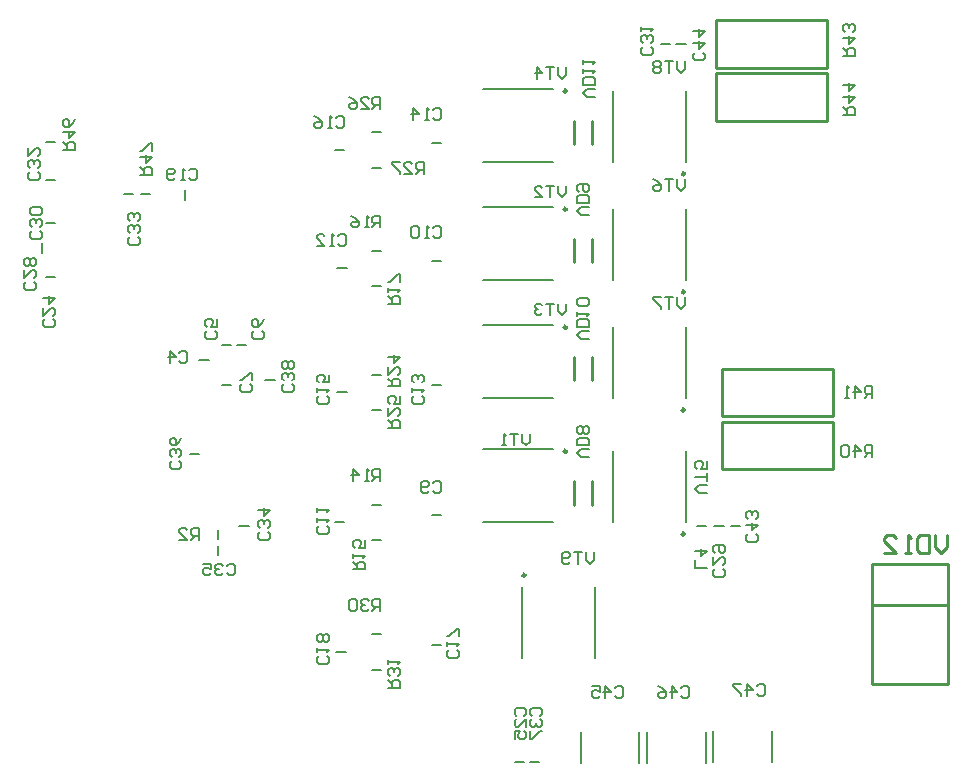
<source format=gbo>
G04 Layer_Color=33789*
%FSLAX44Y44*%
%MOMM*%
G71*
G01*
G75*
%ADD28C,0.2000*%
%ADD52C,0.1500*%
%ADD53C,0.2540*%
D28*
X944750Y407000D02*
Y433000D01*
X895250Y407000D02*
Y433000D01*
X888750Y406000D02*
Y432000D01*
X839250Y406000D02*
Y432000D01*
X832750Y406000D02*
Y432000D01*
X783250Y406000D02*
Y432000D01*
X700000Y877000D02*
X760000D01*
X700000Y815000D02*
X760000D01*
X700000Y777000D02*
X760000D01*
X700000Y715000D02*
X760000D01*
X700000Y977000D02*
X760000D01*
X700000Y915000D02*
X760000D01*
X872000Y815000D02*
Y875000D01*
X810000Y815000D02*
Y875000D01*
X872000Y715000D02*
Y775000D01*
X810000Y715000D02*
Y775000D01*
X872000Y915000D02*
Y975000D01*
X810000Y915000D02*
Y975000D01*
X733000Y495000D02*
Y555000D01*
X795000Y495000D02*
Y555000D01*
X872000Y610000D02*
Y670000D01*
X810000Y610000D02*
Y670000D01*
X700000Y672000D02*
X760000D01*
X700000Y610000D02*
X760000D01*
X932336Y471331D02*
X934002Y472997D01*
X937334D01*
X939000Y471331D01*
Y464666D01*
X937334Y463000D01*
X934002D01*
X932336Y464666D01*
X924005Y463000D02*
Y472997D01*
X929003Y467998D01*
X922339D01*
X919006Y472997D02*
X912342D01*
Y471331D01*
X919006Y464666D01*
Y463000D01*
X868335Y469331D02*
X870002Y470997D01*
X873334D01*
X875000Y469331D01*
Y462666D01*
X873334Y461000D01*
X870002D01*
X868335Y462666D01*
X860005Y461000D02*
Y470997D01*
X865003Y465998D01*
X858339D01*
X848342Y470997D02*
X851674Y469331D01*
X855006Y465998D01*
Y462666D01*
X853340Y461000D01*
X850008D01*
X848342Y462666D01*
Y464332D01*
X850008Y465998D01*
X855006D01*
X812336Y469331D02*
X814002Y470997D01*
X817334D01*
X819000Y469331D01*
Y462666D01*
X817334Y461000D01*
X814002D01*
X812336Y462666D01*
X804005Y461000D02*
Y470997D01*
X809003Y465998D01*
X802339D01*
X792342Y470997D02*
X799007D01*
Y465998D01*
X795674Y467664D01*
X794008D01*
X792342Y465998D01*
Y462666D01*
X794008Y461000D01*
X797340D01*
X799007Y462666D01*
X889997Y571000D02*
X880000D01*
Y577664D01*
Y585995D02*
X889997D01*
X884998Y580997D01*
Y587661D01*
X886331Y1007664D02*
X887997Y1005998D01*
Y1002666D01*
X886331Y1001000D01*
X879666D01*
X878000Y1002666D01*
Y1005998D01*
X879666Y1007664D01*
X878000Y1015995D02*
X887997D01*
X882998Y1010997D01*
Y1017661D01*
X878000Y1025992D02*
X887997D01*
X882998Y1020994D01*
Y1027658D01*
X931331Y599664D02*
X932997Y597998D01*
Y594666D01*
X931331Y593000D01*
X924666D01*
X923000Y594666D01*
Y597998D01*
X924666Y599664D01*
X923000Y607995D02*
X932997D01*
X927998Y602997D01*
Y609661D01*
X931331Y612994D02*
X932997Y614660D01*
Y617992D01*
X931331Y619658D01*
X929665D01*
X927998Y617992D01*
Y616326D01*
Y617992D01*
X926332Y619658D01*
X924666D01*
X923000Y617992D01*
Y614660D01*
X924666Y612994D01*
X741669Y446335D02*
X740003Y448002D01*
Y451334D01*
X741669Y453000D01*
X748334D01*
X750000Y451334D01*
Y448002D01*
X748334Y446335D01*
X741669Y443003D02*
X740003Y441337D01*
Y438005D01*
X741669Y436339D01*
X743335D01*
X745002Y438005D01*
Y439671D01*
Y438005D01*
X746668Y436339D01*
X748334D01*
X750000Y438005D01*
Y441337D01*
X748334Y443003D01*
X740003Y433006D02*
Y426342D01*
X741669D01*
X748334Y433006D01*
X750000D01*
X443335Y753331D02*
X445002Y754997D01*
X448334D01*
X450000Y753331D01*
Y746666D01*
X448334Y745000D01*
X445002D01*
X443335Y746666D01*
X435005Y745000D02*
Y754997D01*
X440003Y749998D01*
X433339D01*
X473331Y771665D02*
X474997Y769998D01*
Y766666D01*
X473331Y765000D01*
X466666D01*
X465000Y766666D01*
Y769998D01*
X466666Y771665D01*
X474997Y781661D02*
Y774997D01*
X469998D01*
X471665Y778329D01*
Y779995D01*
X469998Y781661D01*
X466666D01*
X465000Y779995D01*
Y776663D01*
X466666Y774997D01*
X513331Y771665D02*
X514997Y769998D01*
Y766666D01*
X513331Y765000D01*
X506666D01*
X505000Y766666D01*
Y769998D01*
X506666Y771665D01*
X514997Y781661D02*
X513331Y778329D01*
X509998Y774997D01*
X506666D01*
X505000Y776663D01*
Y779995D01*
X506666Y781661D01*
X508332D01*
X509998Y779995D01*
Y774997D01*
X503331Y726665D02*
X504997Y724998D01*
Y721666D01*
X503331Y720000D01*
X496666D01*
X495000Y721666D01*
Y724998D01*
X496666Y726665D01*
X504997Y729997D02*
Y736661D01*
X503331D01*
X496666Y729997D01*
X495000D01*
X657800Y643401D02*
X659466Y645067D01*
X662798D01*
X664464Y643401D01*
Y636736D01*
X662798Y635070D01*
X659466D01*
X657800Y636736D01*
X654467D02*
X652801Y635070D01*
X649469D01*
X647803Y636736D01*
Y643401D01*
X649469Y645067D01*
X652801D01*
X654467Y643401D01*
Y641734D01*
X652801Y640068D01*
X647803D01*
X657800Y858793D02*
X659466Y860459D01*
X662798D01*
X664464Y858793D01*
Y852128D01*
X662798Y850462D01*
X659466D01*
X657800Y852128D01*
X654467Y850462D02*
X651135D01*
X652801D01*
Y860459D01*
X654467Y858793D01*
X646137D02*
X644470Y860459D01*
X641138D01*
X639472Y858793D01*
Y852128D01*
X641138Y850462D01*
X644470D01*
X646137Y852128D01*
Y858793D01*
X568331Y606665D02*
X569997Y604998D01*
Y601666D01*
X568331Y600000D01*
X561666D01*
X560000Y601666D01*
Y604998D01*
X561666Y606665D01*
X560000Y609997D02*
Y613329D01*
Y611663D01*
X569997D01*
X568331Y609997D01*
X560000Y618327D02*
Y621660D01*
Y619994D01*
X569997D01*
X568331Y618327D01*
X577789Y852443D02*
X579456Y854109D01*
X582788D01*
X584454Y852443D01*
Y845778D01*
X582788Y844112D01*
X579456D01*
X577789Y845778D01*
X574457Y844112D02*
X571125D01*
X572791D01*
Y854109D01*
X574457Y852443D01*
X559462Y844112D02*
X566127D01*
X559462Y850777D01*
Y852443D01*
X561128Y854109D01*
X564460D01*
X566127Y852443D01*
X648331Y716665D02*
X649997Y714998D01*
Y711666D01*
X648331Y710000D01*
X641666D01*
X640000Y711666D01*
Y714998D01*
X641666Y716665D01*
X640000Y719997D02*
Y723329D01*
Y721663D01*
X649997D01*
X648331Y719997D01*
Y728327D02*
X649997Y729994D01*
Y733326D01*
X648331Y734992D01*
X646665D01*
X644998Y733326D01*
Y731660D01*
Y733326D01*
X643332Y734992D01*
X641666D01*
X640000Y733326D01*
Y729994D01*
X641666Y728327D01*
X657800Y958869D02*
X659466Y960535D01*
X662798D01*
X664464Y958869D01*
Y952204D01*
X662798Y950538D01*
X659466D01*
X657800Y952204D01*
X654467Y950538D02*
X651135D01*
X652801D01*
Y960535D01*
X654467Y958869D01*
X641138Y950538D02*
Y960535D01*
X646137Y955536D01*
X639472D01*
X568331Y716665D02*
X569997Y714998D01*
Y711666D01*
X568331Y710000D01*
X561666D01*
X560000Y711666D01*
Y714998D01*
X561666Y716665D01*
X560000Y719997D02*
Y723329D01*
Y721663D01*
X569997D01*
X568331Y719997D01*
X569997Y734992D02*
Y728327D01*
X564998D01*
X566665Y731660D01*
Y733326D01*
X564998Y734992D01*
X561666D01*
X560000Y733326D01*
Y729994D01*
X561666Y728327D01*
X575757Y952519D02*
X577424Y954185D01*
X580756D01*
X582422Y952519D01*
Y945854D01*
X580756Y944188D01*
X577424D01*
X575757Y945854D01*
X572425Y944188D02*
X569093D01*
X570759D01*
Y954185D01*
X572425Y952519D01*
X557430Y954185D02*
X560762Y952519D01*
X564095Y949186D01*
Y945854D01*
X562428Y944188D01*
X559096D01*
X557430Y945854D01*
Y947520D01*
X559096Y949186D01*
X564095D01*
X678331Y501665D02*
X679997Y499998D01*
Y496666D01*
X678331Y495000D01*
X671666D01*
X670000Y496666D01*
Y499998D01*
X671666Y501665D01*
X670000Y504997D02*
Y508329D01*
Y506663D01*
X679997D01*
X678331Y504997D01*
X679997Y513327D02*
Y519992D01*
X678331D01*
X671666Y513327D01*
X670000D01*
X568331Y496665D02*
X569997Y494998D01*
Y491666D01*
X568331Y490000D01*
X561666D01*
X560000Y491666D01*
Y494998D01*
X561666Y496665D01*
X560000Y499997D02*
Y503329D01*
Y501663D01*
X569997D01*
X568331Y499997D01*
Y508327D02*
X569997Y509994D01*
Y513326D01*
X568331Y514992D01*
X566665D01*
X564998Y513326D01*
X563332Y514992D01*
X561666D01*
X560000Y513326D01*
Y509994D01*
X561666Y508327D01*
X563332D01*
X564998Y509994D01*
X566665Y508327D01*
X568331D01*
X564998Y509994D02*
Y513326D01*
X451297Y907815D02*
X452964Y909481D01*
X456296D01*
X457962Y907815D01*
Y901150D01*
X456296Y899484D01*
X452964D01*
X451297Y901150D01*
X447965Y899484D02*
X444633D01*
X446299D01*
Y909481D01*
X447965Y907815D01*
X439635Y901150D02*
X437968Y899484D01*
X434636D01*
X432970Y901150D01*
Y907815D01*
X434636Y909481D01*
X437968D01*
X439635Y907815D01*
Y906149D01*
X437968Y904482D01*
X432970D01*
X336331Y781665D02*
X337997Y779998D01*
Y776666D01*
X336331Y775000D01*
X329666D01*
X328000Y776666D01*
Y779998D01*
X329666Y781665D01*
X328000Y791661D02*
Y784997D01*
X334664Y791661D01*
X336331D01*
X337997Y789995D01*
Y786663D01*
X336331Y784997D01*
X328000Y799992D02*
X337997D01*
X332998Y794994D01*
Y801658D01*
X728669Y446335D02*
X727003Y448002D01*
Y451334D01*
X728669Y453000D01*
X735334D01*
X737000Y451334D01*
Y448002D01*
X735334Y446335D01*
X737000Y436339D02*
Y443003D01*
X730335Y436339D01*
X728669D01*
X727003Y438005D01*
Y441337D01*
X728669Y443003D01*
X727003Y426342D02*
Y433006D01*
X732002D01*
X730335Y429674D01*
Y428008D01*
X732002Y426342D01*
X735334D01*
X737000Y428008D01*
Y431340D01*
X735334Y433006D01*
X320331Y813664D02*
X321997Y811998D01*
Y808666D01*
X320331Y807000D01*
X313666D01*
X312000Y808666D01*
Y811998D01*
X313666Y813664D01*
X312000Y823661D02*
Y816997D01*
X318664Y823661D01*
X320331D01*
X321997Y821995D01*
Y818663D01*
X320331Y816997D01*
Y826994D02*
X321997Y828660D01*
Y831992D01*
X320331Y833658D01*
X318664D01*
X316998Y831992D01*
X315332Y833658D01*
X313666D01*
X312000Y831992D01*
Y828660D01*
X313666Y826994D01*
X315332D01*
X316998Y828660D01*
X318664Y826994D01*
X320331D01*
X316998Y828660D02*
Y831992D01*
X903331Y570664D02*
X904997Y568998D01*
Y565666D01*
X903331Y564000D01*
X896666D01*
X895000Y565666D01*
Y568998D01*
X896666Y570664D01*
X895000Y580661D02*
Y573997D01*
X901665Y580661D01*
X903331D01*
X904997Y578995D01*
Y575663D01*
X903331Y573997D01*
X896666Y583994D02*
X895000Y585660D01*
Y588992D01*
X896666Y590658D01*
X903331D01*
X904997Y588992D01*
Y585660D01*
X903331Y583994D01*
X901665D01*
X899998Y585660D01*
Y590658D01*
X325331Y856665D02*
X326997Y854998D01*
Y851666D01*
X325331Y850000D01*
X318666D01*
X317000Y851666D01*
Y854998D01*
X318666Y856665D01*
X325331Y859997D02*
X326997Y861663D01*
Y864995D01*
X325331Y866661D01*
X323665D01*
X321998Y864995D01*
Y863329D01*
Y864995D01*
X320332Y866661D01*
X318666D01*
X317000Y864995D01*
Y861663D01*
X318666Y859997D01*
X325331Y869994D02*
X326997Y871660D01*
Y874992D01*
X325331Y876658D01*
X318666D01*
X317000Y874992D01*
Y871660D01*
X318666Y869994D01*
X325331D01*
X842331Y1012664D02*
X843997Y1010998D01*
Y1007666D01*
X842331Y1006000D01*
X835666D01*
X834000Y1007666D01*
Y1010998D01*
X835666Y1012664D01*
X842331Y1015997D02*
X843997Y1017663D01*
Y1020995D01*
X842331Y1022661D01*
X840665D01*
X838998Y1020995D01*
Y1019329D01*
Y1020995D01*
X837332Y1022661D01*
X835666D01*
X834000Y1020995D01*
Y1017663D01*
X835666Y1015997D01*
X834000Y1025994D02*
Y1029326D01*
Y1027660D01*
X843997D01*
X842331Y1025994D01*
X323331Y906665D02*
X324997Y904998D01*
Y901666D01*
X323331Y900000D01*
X316666D01*
X315000Y901666D01*
Y904998D01*
X316666Y906665D01*
X323331Y909997D02*
X324997Y911663D01*
Y914995D01*
X323331Y916661D01*
X321665D01*
X319998Y914995D01*
Y913329D01*
Y914995D01*
X318332Y916661D01*
X316666D01*
X315000Y914995D01*
Y911663D01*
X316666Y909997D01*
X315000Y926658D02*
Y919994D01*
X321665Y926658D01*
X323331D01*
X324997Y924992D01*
Y921660D01*
X323331Y919994D01*
X408331Y851665D02*
X409997Y849998D01*
Y846666D01*
X408331Y845000D01*
X401666D01*
X400000Y846666D01*
Y849998D01*
X401666Y851665D01*
X408331Y854997D02*
X409997Y856663D01*
Y859995D01*
X408331Y861661D01*
X406665D01*
X404998Y859995D01*
Y858329D01*
Y859995D01*
X403332Y861661D01*
X401666D01*
X400000Y859995D01*
Y856663D01*
X401666Y854997D01*
X408331Y864994D02*
X409997Y866660D01*
Y869992D01*
X408331Y871658D01*
X406665D01*
X404998Y869992D01*
Y868326D01*
Y869992D01*
X403332Y871658D01*
X401666D01*
X400000Y869992D01*
Y866660D01*
X401666Y864994D01*
X518331Y601665D02*
X519997Y599998D01*
Y596666D01*
X518331Y595000D01*
X511666D01*
X510000Y596666D01*
Y599998D01*
X511666Y601665D01*
X518331Y604997D02*
X519997Y606663D01*
Y609995D01*
X518331Y611661D01*
X516665D01*
X514998Y609995D01*
Y608329D01*
Y609995D01*
X513332Y611661D01*
X511666D01*
X510000Y609995D01*
Y606663D01*
X511666Y604997D01*
X510000Y619992D02*
X519997D01*
X514998Y614994D01*
Y621658D01*
X483335Y573331D02*
X485002Y574997D01*
X488334D01*
X490000Y573331D01*
Y566666D01*
X488334Y565000D01*
X485002D01*
X483335Y566666D01*
X480003Y573331D02*
X478337Y574997D01*
X475005D01*
X473339Y573331D01*
Y571665D01*
X475005Y569998D01*
X476671D01*
X475005D01*
X473339Y568332D01*
Y566666D01*
X475005Y565000D01*
X478337D01*
X480003Y566666D01*
X463342Y574997D02*
X470006D01*
Y569998D01*
X466674Y571665D01*
X465008D01*
X463342Y569998D01*
Y566666D01*
X465008Y565000D01*
X468340D01*
X470006Y566666D01*
X443331Y661665D02*
X444997Y659998D01*
Y656666D01*
X443331Y655000D01*
X436666D01*
X435000Y656666D01*
Y659998D01*
X436666Y661665D01*
X443331Y664997D02*
X444997Y666663D01*
Y669995D01*
X443331Y671661D01*
X441665D01*
X439998Y669995D01*
Y668329D01*
Y669995D01*
X438332Y671661D01*
X436666D01*
X435000Y669995D01*
Y666663D01*
X436666Y664997D01*
X444997Y681658D02*
X443331Y678326D01*
X439998Y674994D01*
X436666D01*
X435000Y676660D01*
Y679992D01*
X436666Y681658D01*
X438332D01*
X439998Y679992D01*
Y674994D01*
X538331Y726665D02*
X539997Y724998D01*
Y721666D01*
X538331Y720000D01*
X531666D01*
X530000Y721666D01*
Y724998D01*
X531666Y726665D01*
X538331Y729997D02*
X539997Y731663D01*
Y734995D01*
X538331Y736661D01*
X536665D01*
X534998Y734995D01*
Y733329D01*
Y734995D01*
X533332Y736661D01*
X531666D01*
X530000Y734995D01*
Y731663D01*
X531666Y729997D01*
X538331Y739994D02*
X539997Y741660D01*
Y744992D01*
X538331Y746658D01*
X536665D01*
X534998Y744992D01*
X533332Y746658D01*
X531666D01*
X530000Y744992D01*
Y741660D01*
X531666Y739994D01*
X533332D01*
X534998Y741660D01*
X536665Y739994D01*
X538331D01*
X534998Y741660D02*
Y744992D01*
X460000Y595000D02*
Y604997D01*
X455002D01*
X453335Y603331D01*
Y599998D01*
X455002Y598332D01*
X460000D01*
X456668D02*
X453335Y595000D01*
X443339D02*
X450003D01*
X443339Y601665D01*
Y603331D01*
X445005Y604997D01*
X448337D01*
X450003Y603331D01*
X613410Y644722D02*
Y654719D01*
X608412D01*
X606745Y653053D01*
Y649720D01*
X608412Y648054D01*
X613410D01*
X610078D02*
X606745Y644722D01*
X603413D02*
X600081D01*
X601747D01*
Y654719D01*
X603413Y653053D01*
X590084Y644722D02*
Y654719D01*
X595083Y649720D01*
X588418D01*
X590000Y570000D02*
X599997D01*
Y574998D01*
X598331Y576665D01*
X594998D01*
X593332Y574998D01*
Y570000D01*
Y573332D02*
X590000Y576665D01*
Y579997D02*
Y583329D01*
Y581663D01*
X599997D01*
X598331Y579997D01*
X599997Y594992D02*
Y588327D01*
X594998D01*
X596665Y591660D01*
Y593326D01*
X594998Y594992D01*
X591666D01*
X590000Y593326D01*
Y589994D01*
X591666Y588327D01*
X613410Y859606D02*
Y869603D01*
X608412D01*
X606745Y867937D01*
Y864604D01*
X608412Y862938D01*
X613410D01*
X610078D02*
X606745Y859606D01*
X603413D02*
X600081D01*
X601747D01*
Y869603D01*
X603413Y867937D01*
X588418Y869603D02*
X591750Y867937D01*
X595083Y864604D01*
Y861272D01*
X593416Y859606D01*
X590084D01*
X588418Y861272D01*
Y862938D01*
X590084Y864604D01*
X595083D01*
X620000Y795000D02*
X629997D01*
Y799998D01*
X628331Y801665D01*
X624998D01*
X623332Y799998D01*
Y795000D01*
Y798332D02*
X620000Y801665D01*
Y804997D02*
Y808329D01*
Y806663D01*
X629997D01*
X628331Y804997D01*
X629997Y813327D02*
Y819992D01*
X628331D01*
X621666Y813327D01*
X620000D01*
Y725000D02*
X629997D01*
Y729998D01*
X628331Y731665D01*
X624998D01*
X623332Y729998D01*
Y725000D01*
Y728332D02*
X620000Y731665D01*
Y741661D02*
Y734997D01*
X626665Y741661D01*
X628331D01*
X629997Y739995D01*
Y736663D01*
X628331Y734997D01*
X620000Y749992D02*
X629997D01*
X624998Y744994D01*
Y751658D01*
X620000Y690000D02*
X629997D01*
Y694998D01*
X628331Y696665D01*
X624998D01*
X623332Y694998D01*
Y690000D01*
Y693332D02*
X620000Y696665D01*
Y706661D02*
Y699997D01*
X626665Y706661D01*
X628331D01*
X629997Y704995D01*
Y701663D01*
X628331Y699997D01*
X629997Y716658D02*
Y709994D01*
X624998D01*
X626665Y713326D01*
Y714992D01*
X624998Y716658D01*
X621666D01*
X620000Y714992D01*
Y711660D01*
X621666Y709994D01*
X613410Y959682D02*
Y969679D01*
X608412D01*
X606745Y968013D01*
Y964680D01*
X608412Y963014D01*
X613410D01*
X610078D02*
X606745Y959682D01*
X596749D02*
X603413D01*
X596749Y966347D01*
Y968013D01*
X598415Y969679D01*
X601747D01*
X603413Y968013D01*
X586752Y969679D02*
X590084Y968013D01*
X593416Y964680D01*
Y961348D01*
X591750Y959682D01*
X588418D01*
X586752Y961348D01*
Y963014D01*
X588418Y964680D01*
X593416D01*
X650000Y905000D02*
Y914997D01*
X645002D01*
X643335Y913331D01*
Y909998D01*
X645002Y908332D01*
X650000D01*
X646668D02*
X643335Y905000D01*
X633339D02*
X640003D01*
X633339Y911665D01*
Y913331D01*
X635005Y914997D01*
X638337D01*
X640003Y913331D01*
X630006Y914997D02*
X623342D01*
Y913331D01*
X630006Y906666D01*
Y905000D01*
X613410Y534740D02*
Y544737D01*
X608412D01*
X606745Y543071D01*
Y539738D01*
X608412Y538072D01*
X613410D01*
X610078D02*
X606745Y534740D01*
X603413Y543071D02*
X601747Y544737D01*
X598415D01*
X596749Y543071D01*
Y541404D01*
X598415Y539738D01*
X600081D01*
X598415D01*
X596749Y538072D01*
Y536406D01*
X598415Y534740D01*
X601747D01*
X603413Y536406D01*
X593416Y543071D02*
X591750Y544737D01*
X588418D01*
X586752Y543071D01*
Y536406D01*
X588418Y534740D01*
X591750D01*
X593416Y536406D01*
Y543071D01*
X620000Y470000D02*
X629997D01*
Y474998D01*
X628331Y476665D01*
X624998D01*
X623332Y474998D01*
Y470000D01*
Y473332D02*
X620000Y476665D01*
X628331Y479997D02*
X629997Y481663D01*
Y484995D01*
X628331Y486661D01*
X626665D01*
X624998Y484995D01*
Y483329D01*
Y484995D01*
X623332Y486661D01*
X621666D01*
X620000Y484995D01*
Y481663D01*
X621666Y479997D01*
X620000Y489994D02*
Y493326D01*
Y491660D01*
X629997D01*
X628331Y489994D01*
X1030000Y665000D02*
Y674997D01*
X1025002D01*
X1023335Y673331D01*
Y669998D01*
X1025002Y668332D01*
X1030000D01*
X1026668D02*
X1023335Y665000D01*
X1015005D02*
Y674997D01*
X1020003Y669998D01*
X1013339D01*
X1010006Y673331D02*
X1008340Y674997D01*
X1005008D01*
X1003342Y673331D01*
Y666666D01*
X1005008Y665000D01*
X1008340D01*
X1010006Y666666D01*
Y673331D01*
X1030000Y715000D02*
Y724997D01*
X1025002D01*
X1023335Y723331D01*
Y719998D01*
X1025002Y718332D01*
X1030000D01*
X1026668D02*
X1023335Y715000D01*
X1015005D02*
Y724997D01*
X1020003Y719998D01*
X1013339D01*
X1010006Y715000D02*
X1006674D01*
X1008340D01*
Y724997D01*
X1010006Y723331D01*
X1005000Y1005000D02*
X1014997D01*
Y1009998D01*
X1013331Y1011665D01*
X1009998D01*
X1008332Y1009998D01*
Y1005000D01*
Y1008332D02*
X1005000Y1011665D01*
Y1019995D02*
X1014997D01*
X1009998Y1014997D01*
Y1021661D01*
X1013331Y1024994D02*
X1014997Y1026660D01*
Y1029992D01*
X1013331Y1031658D01*
X1011665D01*
X1009998Y1029992D01*
Y1028326D01*
Y1029992D01*
X1008332Y1031658D01*
X1006666D01*
X1005000Y1029992D01*
Y1026660D01*
X1006666Y1024994D01*
X1005000Y955000D02*
X1014997D01*
Y959998D01*
X1013331Y961665D01*
X1009998D01*
X1008332Y959998D01*
Y955000D01*
Y958332D02*
X1005000Y961665D01*
Y969995D02*
X1014997D01*
X1009998Y964997D01*
Y971661D01*
X1005000Y979992D02*
X1014997D01*
X1009998Y974994D01*
Y981658D01*
X345000Y925000D02*
X354997D01*
Y929998D01*
X353331Y931665D01*
X349998D01*
X348332Y929998D01*
Y925000D01*
Y928332D02*
X345000Y931665D01*
Y939995D02*
X354997D01*
X349998Y934997D01*
Y941661D01*
X354997Y951658D02*
X353331Y948326D01*
X349998Y944994D01*
X346666D01*
X345000Y946660D01*
Y949992D01*
X346666Y951658D01*
X348332D01*
X349998Y949992D01*
Y944994D01*
X410000Y904000D02*
X419997D01*
Y908998D01*
X418331Y910665D01*
X414998D01*
X413332Y908998D01*
Y904000D01*
Y907332D02*
X410000Y910665D01*
Y918995D02*
X419997D01*
X414998Y913997D01*
Y920661D01*
X419997Y923994D02*
Y930658D01*
X418331D01*
X411666Y923994D01*
X410000D01*
X789997Y665000D02*
X783332D01*
X780000Y668332D01*
X783332Y671665D01*
X789997D01*
Y674997D02*
X780000D01*
Y679995D01*
X781666Y681661D01*
X788331D01*
X789997Y679995D01*
Y674997D01*
X788331Y684994D02*
X789997Y686660D01*
Y689992D01*
X788331Y691658D01*
X786665D01*
X784998Y689992D01*
X783332Y691658D01*
X781666D01*
X780000Y689992D01*
Y686660D01*
X781666Y684994D01*
X783332D01*
X784998Y686660D01*
X786665Y684994D01*
X788331D01*
X784998Y686660D02*
Y689992D01*
X789997Y870000D02*
X783332D01*
X780000Y873332D01*
X783332Y876665D01*
X789997D01*
Y879997D02*
X780000D01*
Y884995D01*
X781666Y886661D01*
X788331D01*
X789997Y884995D01*
Y879997D01*
X781666Y889994D02*
X780000Y891660D01*
Y894992D01*
X781666Y896658D01*
X788331D01*
X789997Y894992D01*
Y891660D01*
X788331Y889994D01*
X786665D01*
X784998Y891660D01*
Y896658D01*
X789997Y765000D02*
X783332D01*
X780000Y768332D01*
X783332Y771665D01*
X789997D01*
Y774997D02*
X780000D01*
Y779995D01*
X781666Y781661D01*
X788331D01*
X789997Y779995D01*
Y774997D01*
X780000Y784994D02*
Y788326D01*
Y786660D01*
X789997D01*
X788331Y784994D01*
Y793324D02*
X789997Y794990D01*
Y798323D01*
X788331Y799989D01*
X781666D01*
X780000Y798323D01*
Y794990D01*
X781666Y793324D01*
X788331D01*
X794997Y970000D02*
X788332D01*
X785000Y973332D01*
X788332Y976665D01*
X794997D01*
Y979997D02*
X785000D01*
Y984995D01*
X786666Y986661D01*
X793331D01*
X794997Y984995D01*
Y979997D01*
X785000Y989994D02*
Y993326D01*
Y991660D01*
X794997D01*
X793331Y989994D01*
X785000Y998324D02*
Y1001656D01*
Y999990D01*
X794997D01*
X793331Y998324D01*
X740000Y684997D02*
Y678332D01*
X736668Y675000D01*
X733335Y678332D01*
Y684997D01*
X730003D02*
X723339D01*
X726671D01*
Y675000D01*
X720006D02*
X716674D01*
X718340D01*
Y684997D01*
X720006Y683331D01*
X770636Y895003D02*
Y888338D01*
X767304Y885006D01*
X763971Y888338D01*
Y895003D01*
X760639D02*
X753975D01*
X757307D01*
Y885006D01*
X743978D02*
X750642D01*
X743978Y891671D01*
Y893337D01*
X745644Y895003D01*
X748976D01*
X750642Y893337D01*
X770636Y795181D02*
Y788516D01*
X767304Y785184D01*
X763971Y788516D01*
Y795181D01*
X760639D02*
X753975D01*
X757307D01*
Y785184D01*
X750642Y793515D02*
X748976Y795181D01*
X745644D01*
X743978Y793515D01*
Y791849D01*
X745644Y790182D01*
X747310D01*
X745644D01*
X743978Y788516D01*
Y786850D01*
X745644Y785184D01*
X748976D01*
X750642Y786850D01*
X770636Y995079D02*
Y988414D01*
X767304Y985082D01*
X763971Y988414D01*
Y995079D01*
X760639D02*
X753975D01*
X757307D01*
Y985082D01*
X745644D02*
Y995079D01*
X750642Y990080D01*
X743978D01*
X889997Y635000D02*
X883332D01*
X880000Y638332D01*
X883332Y641665D01*
X889997D01*
Y644997D02*
Y651661D01*
Y648329D01*
X880000D01*
X889997Y661658D02*
Y654994D01*
X884998D01*
X886665Y658326D01*
Y659992D01*
X884998Y661658D01*
X881666D01*
X880000Y659992D01*
Y656660D01*
X881666Y654994D01*
X870966Y900591D02*
Y893926D01*
X867634Y890594D01*
X864302Y893926D01*
Y900591D01*
X860969D02*
X854305D01*
X857637D01*
Y890594D01*
X844308Y900591D02*
X847640Y898925D01*
X850972Y895592D01*
Y892260D01*
X849306Y890594D01*
X845974D01*
X844308Y892260D01*
Y893926D01*
X845974Y895592D01*
X850972D01*
X870966Y800515D02*
Y793850D01*
X867634Y790518D01*
X864302Y793850D01*
Y800515D01*
X860969D02*
X854305D01*
X857637D01*
Y790518D01*
X850972Y800515D02*
X844308D01*
Y798849D01*
X850972Y792184D01*
Y790518D01*
X870966Y1000667D02*
Y994002D01*
X867634Y990670D01*
X864302Y994002D01*
Y1000667D01*
X860969D02*
X854305D01*
X857637D01*
Y990670D01*
X850972Y999001D02*
X849306Y1000667D01*
X845974D01*
X844308Y999001D01*
Y997335D01*
X845974Y995668D01*
X844308Y994002D01*
Y992336D01*
X845974Y990670D01*
X849306D01*
X850972Y992336D01*
Y994002D01*
X849306Y995668D01*
X850972Y997335D01*
Y999001D01*
X849306Y995668D02*
X845974D01*
X794004Y584869D02*
Y578204D01*
X790672Y574872D01*
X787339Y578204D01*
Y584869D01*
X784007D02*
X777343D01*
X780675D01*
Y574872D01*
X774010Y576538D02*
X772344Y574872D01*
X769012D01*
X767346Y576538D01*
Y583203D01*
X769012Y584869D01*
X772344D01*
X774010Y583203D01*
Y581536D01*
X772344Y579870D01*
X767346D01*
D52*
X881190Y607000D02*
X888810D01*
X740000Y407000D02*
X748000D01*
X727000D02*
X735000D01*
X864000Y1015000D02*
X872000D01*
X910000Y607000D02*
X918000D01*
X657000Y616000D02*
X665000D01*
X657000Y831350D02*
X665000D01*
X577000Y825000D02*
X585000D01*
X575000Y925000D02*
X583000D01*
X606190Y625000D02*
X613810D01*
X606190Y840000D02*
X613810D01*
X606190Y940000D02*
X613810D01*
X606190Y515000D02*
X613810D01*
X657000Y931350D02*
X665000D01*
X494000Y607000D02*
X502000D01*
X448000Y883000D02*
Y891000D01*
X851000Y1015000D02*
X859000D01*
X330190Y932000D02*
X337810D01*
X330000Y818000D02*
X338000D01*
X327000Y838000D02*
Y846000D01*
X330000Y863000D02*
X338000D01*
X411190Y888000D02*
X418810D01*
X396000D02*
X404000D01*
X330000Y900000D02*
X338000D01*
X460000Y747000D02*
X468000D01*
X479000Y760000D02*
X487000D01*
X492000D02*
X500000D01*
X516000Y730000D02*
X524000D01*
X479000Y726000D02*
X487000D01*
X452000Y668000D02*
X460000D01*
X476000Y582000D02*
Y590000D01*
Y596190D02*
Y603810D01*
X575000Y610000D02*
X583000D01*
X606190Y595000D02*
X613810D01*
X606190Y485000D02*
X613810D01*
X576000Y500000D02*
X584000D01*
X657000Y506000D02*
X665000D01*
X896000Y607000D02*
X904000D01*
X606190Y810000D02*
X613810D01*
X606190Y705000D02*
X613810D01*
X577000Y720000D02*
X585000D01*
X606190Y735000D02*
X613810D01*
X657000Y726000D02*
X665000D01*
X606190Y910000D02*
X613810D01*
D53*
X771414Y875000D02*
G03*
X771414Y875000I-1414J0D01*
G01*
X771414Y775000D02*
G03*
X771414Y775000I-1414J0D01*
G01*
X771414Y975000D02*
G03*
X771414Y975000I-1414J0D01*
G01*
X871414Y805000D02*
G03*
X871414Y805000I-1414J0D01*
G01*
X871414Y705000D02*
G03*
X871414Y705000I-1414J0D01*
G01*
X871414Y905000D02*
G03*
X871414Y905000I-1414J0D01*
G01*
X736414Y565000D02*
G03*
X736414Y565000I-1414J0D01*
G01*
X871414Y600000D02*
G03*
X871414Y600000I-1414J0D01*
G01*
X771414Y670000D02*
G03*
X771414Y670000I-1414J0D01*
G01*
X1030000Y540000D02*
X1094000D01*
X1030000Y473000D02*
X1094000D01*
X1030000Y575000D02*
X1094000D01*
X1030000Y473000D02*
Y575000D01*
X1094000Y473000D02*
Y575000D01*
X898000Y990000D02*
X992000D01*
X898000Y950000D02*
Y990000D01*
Y950000D02*
X992000D01*
Y990000D01*
X898000Y1035000D02*
X992000D01*
X898000Y995000D02*
Y1035000D01*
Y995000D02*
X992000D01*
Y1035000D01*
X793000Y625000D02*
Y645000D01*
X777000Y625000D02*
Y645000D01*
X793000Y730000D02*
Y750000D01*
X777000Y730000D02*
Y750000D01*
X793000Y830000D02*
Y850000D01*
X777000Y830000D02*
Y850000D01*
X793000Y930000D02*
Y950000D01*
X777000Y930000D02*
Y950000D01*
X903000Y695000D02*
X997000D01*
X903000Y655000D02*
Y695000D01*
Y655000D02*
X997000D01*
Y695000D01*
X903000Y740000D02*
X997000D01*
X903000Y700000D02*
Y740000D01*
Y700000D02*
X997000D01*
Y740000D01*
X1092804Y599137D02*
Y588980D01*
X1087726Y583902D01*
X1082647Y588980D01*
Y599137D01*
X1077569D02*
Y583902D01*
X1069951D01*
X1067412Y586441D01*
Y596598D01*
X1069951Y599137D01*
X1077569D01*
X1062334Y583902D02*
X1057256D01*
X1059795D01*
Y599137D01*
X1062334Y596598D01*
X1039481Y583902D02*
X1049638D01*
X1039481Y594059D01*
Y596598D01*
X1042020Y599137D01*
X1047099D01*
X1049638Y596598D01*
M02*

</source>
